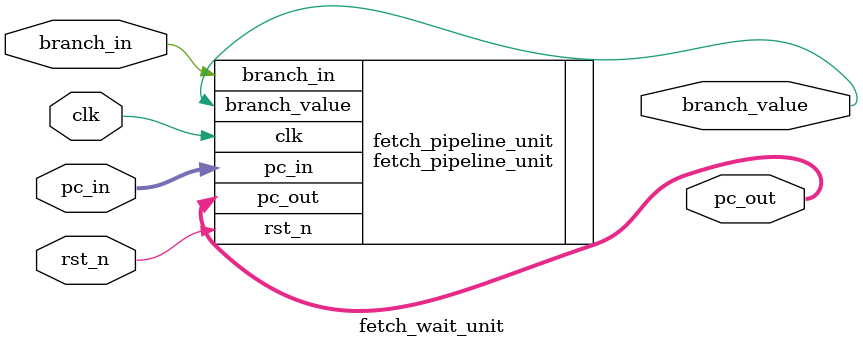
<source format=sv>
module fetch_wait_unit(
    input clk,
    input rst_n,
    input branch_in,
    input [6:0] pc_in,
    output branch_value,
    output [6:0] pc_out
);

// pipeline module
fetch_pipeline_unit fetch_pipeline_unit(
    .clk(clk),
    .rst_n(rst_n),
    .branch_in(branch_in),
    .pc_in(pc_in),
    .branch_value(branch_value),
    .pc_out(pc_out)
);

endmodule: fetch_wait_unit
</source>
